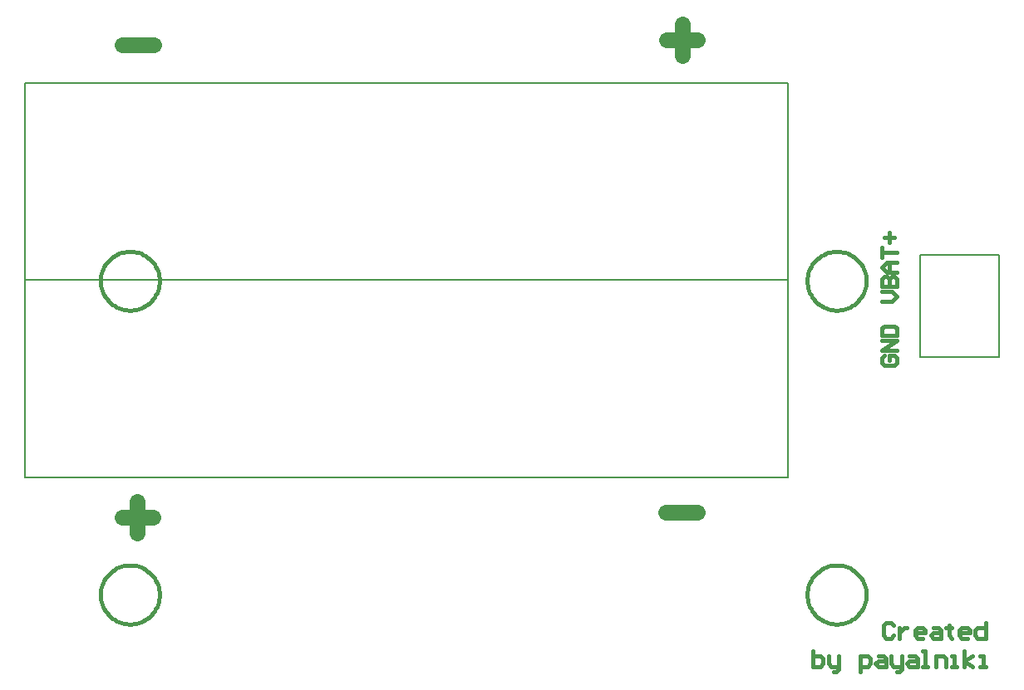
<source format=gto>
G04*
G04 #@! TF.GenerationSoftware,Altium Limited,Altium Designer,20.0.11 (256)*
G04*
G04 Layer_Color=65535*
%FSLAX25Y25*%
%MOIN*%
G70*
G01*
G75*
%ADD10C,0.01575*%
%ADD11C,0.00591*%
%ADD12C,0.06299*%
D10*
X340551Y165354D02*
X340509Y166356D01*
X340381Y167350D01*
X340170Y168330D01*
X339877Y169289D01*
X339503Y170219D01*
X339051Y171115D01*
X338526Y171968D01*
X337930Y172774D01*
X337267Y173527D01*
X336543Y174221D01*
X335763Y174850D01*
X334933Y175412D01*
X334057Y175901D01*
X333144Y176314D01*
X332199Y176648D01*
X331228Y176900D01*
X330240Y177070D01*
X329241Y177155D01*
X328239D01*
X327240Y177070D01*
X326252Y176900D01*
X325282Y176648D01*
X324336Y176314D01*
X323423Y175901D01*
X322548Y175412D01*
X321717Y174850D01*
X320937Y174221D01*
X320213Y173527D01*
X319551Y172774D01*
X318955Y171968D01*
X318429Y171115D01*
X317978Y170219D01*
X317604Y169289D01*
X317310Y168330D01*
X317099Y167350D01*
X316972Y166356D01*
X316929Y165354D01*
X316972Y164353D01*
X317099Y163358D01*
X317310Y162378D01*
X317604Y161420D01*
X317978Y160489D01*
X318429Y159594D01*
X318955Y158740D01*
X319551Y157934D01*
X320213Y157182D01*
X320937Y156488D01*
X321717Y155858D01*
X322548Y155297D01*
X323423Y154808D01*
X324336Y154395D01*
X325282Y154061D01*
X326252Y153808D01*
X327240Y153639D01*
X328239Y153554D01*
X329241D01*
X330240Y153639D01*
X331228Y153808D01*
X332199Y154061D01*
X333144Y154395D01*
X334058Y154808D01*
X334933Y155297D01*
X335763Y155858D01*
X336543Y156488D01*
X337267Y157182D01*
X337930Y157934D01*
X338526Y158740D01*
X339051Y159594D01*
X339503Y160489D01*
X339877Y161420D01*
X340170Y162378D01*
X340381Y163358D01*
X340509Y164353D01*
X340551Y165354D01*
X57087D02*
X57044Y166356D01*
X56917Y167350D01*
X56705Y168330D01*
X56412Y169289D01*
X56038Y170219D01*
X55587Y171115D01*
X55061Y171968D01*
X54465Y172774D01*
X53803Y173527D01*
X53079Y174221D01*
X52299Y174850D01*
X51468Y175412D01*
X50593Y175901D01*
X49679Y176314D01*
X48734Y176648D01*
X47764Y176900D01*
X46776Y177070D01*
X45777Y177155D01*
X44774D01*
X43775Y177070D01*
X42787Y176900D01*
X41817Y176648D01*
X40872Y176314D01*
X39958Y175901D01*
X39083Y175412D01*
X38252Y174850D01*
X37472Y174221D01*
X36749Y173527D01*
X36086Y172774D01*
X35490Y171968D01*
X34964Y171115D01*
X34513Y170219D01*
X34139Y169289D01*
X33846Y168330D01*
X33634Y167350D01*
X33507Y166356D01*
X33465Y165354D01*
X33507Y164353D01*
X33634Y163358D01*
X33846Y162378D01*
X34139Y161420D01*
X34513Y160489D01*
X34964Y159594D01*
X35490Y158740D01*
X36086Y157934D01*
X36749Y157182D01*
X37472Y156488D01*
X38252Y155858D01*
X39083Y155297D01*
X39958Y154808D01*
X40872Y154395D01*
X41817Y154061D01*
X42787Y153808D01*
X43775Y153639D01*
X44774Y153554D01*
X45777D01*
X46776Y153639D01*
X47764Y153808D01*
X48734Y154061D01*
X49679Y154395D01*
X50593Y154808D01*
X51468Y155297D01*
X52299Y155858D01*
X53079Y156488D01*
X53803Y157182D01*
X54465Y157934D01*
X55061Y158740D01*
X55587Y159594D01*
X56038Y160489D01*
X56412Y161420D01*
X56705Y162378D01*
X56917Y163358D01*
X57044Y164353D01*
X57087Y165354D01*
X340551Y39370D02*
X340509Y40372D01*
X340381Y41366D01*
X340170Y42346D01*
X339877Y43305D01*
X339503Y44235D01*
X339051Y45130D01*
X338526Y45984D01*
X337930Y46790D01*
X337267Y47543D01*
X336543Y48236D01*
X335763Y48866D01*
X334933Y49428D01*
X334057Y49916D01*
X333144Y50329D01*
X332199Y50663D01*
X331228Y50916D01*
X330240Y51085D01*
X329241Y51170D01*
X328239D01*
X327240Y51085D01*
X326252Y50916D01*
X325282Y50663D01*
X324336Y50329D01*
X323423Y49916D01*
X322548Y49428D01*
X321717Y48866D01*
X320937Y48236D01*
X320213Y47543D01*
X319551Y46790D01*
X318955Y45984D01*
X318429Y45130D01*
X317978Y44235D01*
X317604Y43305D01*
X317310Y42346D01*
X317099Y41366D01*
X316972Y40372D01*
X316929Y39370D01*
X316972Y38368D01*
X317099Y37374D01*
X317310Y36394D01*
X317604Y35435D01*
X317978Y34505D01*
X318429Y33610D01*
X318955Y32756D01*
X319551Y31950D01*
X320213Y31198D01*
X320937Y30504D01*
X321717Y29874D01*
X322548Y29313D01*
X323423Y28824D01*
X324336Y28411D01*
X325282Y28077D01*
X326252Y27824D01*
X327240Y27655D01*
X328239Y27570D01*
X329241D01*
X330240Y27655D01*
X331228Y27824D01*
X332199Y28077D01*
X333144Y28411D01*
X334058Y28824D01*
X334933Y29313D01*
X335763Y29874D01*
X336543Y30504D01*
X337267Y31198D01*
X337930Y31950D01*
X338526Y32756D01*
X339051Y33610D01*
X339503Y34505D01*
X339877Y35435D01*
X340170Y36394D01*
X340381Y37374D01*
X340509Y38368D01*
X340551Y39370D01*
X57087D02*
X57044Y40372D01*
X56917Y41366D01*
X56705Y42346D01*
X56412Y43305D01*
X56038Y44235D01*
X55587Y45130D01*
X55061Y45984D01*
X54465Y46790D01*
X53803Y47543D01*
X53079Y48236D01*
X52299Y48866D01*
X51468Y49428D01*
X50593Y49916D01*
X49679Y50329D01*
X48734Y50663D01*
X47764Y50916D01*
X46776Y51085D01*
X45777Y51170D01*
X44774D01*
X43775Y51085D01*
X42787Y50916D01*
X41817Y50663D01*
X40872Y50329D01*
X39958Y49916D01*
X39083Y49428D01*
X38252Y48866D01*
X37472Y48236D01*
X36749Y47543D01*
X36086Y46790D01*
X35490Y45984D01*
X34964Y45130D01*
X34513Y44235D01*
X34139Y43305D01*
X33846Y42346D01*
X33634Y41366D01*
X33507Y40372D01*
X33465Y39370D01*
X33507Y38368D01*
X33634Y37374D01*
X33846Y36394D01*
X34139Y35435D01*
X34513Y34505D01*
X34964Y33610D01*
X35490Y32756D01*
X36086Y31950D01*
X36749Y31198D01*
X37472Y30504D01*
X38252Y29874D01*
X39083Y29313D01*
X39958Y28824D01*
X40872Y28411D01*
X41817Y28077D01*
X42787Y27824D01*
X43775Y27655D01*
X44774Y27570D01*
X45777D01*
X46776Y27655D01*
X47764Y27824D01*
X48734Y28077D01*
X49679Y28411D01*
X50593Y28824D01*
X51468Y29313D01*
X52299Y29874D01*
X53079Y30504D01*
X53803Y31198D01*
X54465Y31950D01*
X55061Y32756D01*
X55587Y33610D01*
X56038Y34505D01*
X56412Y35435D01*
X56705Y36394D01*
X56917Y37374D01*
X57044Y38368D01*
X57087Y39370D01*
X351635Y27152D02*
X350586Y28201D01*
X348487D01*
X347437Y27152D01*
Y22954D01*
X348487Y21904D01*
X350586D01*
X351635Y22954D01*
X353734Y26102D02*
Y21904D01*
Y24003D01*
X354784Y25053D01*
X355834Y26102D01*
X356883D01*
X363180Y21904D02*
X361081D01*
X360032Y22954D01*
Y25053D01*
X361081Y26102D01*
X363180D01*
X364230Y25053D01*
Y24003D01*
X360032D01*
X367378Y26102D02*
X369477D01*
X370527Y25053D01*
Y21904D01*
X367378D01*
X366329Y22954D01*
X367378Y24003D01*
X370527D01*
X373675Y27152D02*
Y26102D01*
X372626D01*
X374725D01*
X373675D01*
Y22954D01*
X374725Y21904D01*
X381022D02*
X378923D01*
X377874Y22954D01*
Y25053D01*
X378923Y26102D01*
X381022D01*
X382072Y25053D01*
Y24003D01*
X377874D01*
X388369Y28201D02*
Y21904D01*
X385220D01*
X384171Y22954D01*
Y25053D01*
X385220Y26102D01*
X388369D01*
X319100Y16865D02*
Y10568D01*
X322249D01*
X323298Y11618D01*
Y12667D01*
Y13717D01*
X322249Y14766D01*
X319100D01*
X325397D02*
Y11618D01*
X326447Y10568D01*
X329595D01*
Y9519D01*
X328546Y8469D01*
X327496D01*
X329595Y10568D02*
Y14766D01*
X337992Y8469D02*
Y14766D01*
X341140D01*
X342190Y13717D01*
Y11618D01*
X341140Y10568D01*
X337992D01*
X345338Y14766D02*
X347437D01*
X348487Y13717D01*
Y10568D01*
X345338D01*
X344289Y11618D01*
X345338Y12667D01*
X348487D01*
X350586Y14766D02*
Y11618D01*
X351635Y10568D01*
X354784D01*
Y9519D01*
X353734Y8469D01*
X352685D01*
X354784Y10568D02*
Y14766D01*
X357933D02*
X360032D01*
X361081Y13717D01*
Y10568D01*
X357933D01*
X356883Y11618D01*
X357933Y12667D01*
X361081D01*
X363180Y10568D02*
X365279D01*
X364230D01*
Y16865D01*
X363180D01*
X368428Y10568D02*
Y14766D01*
X371576D01*
X372626Y13717D01*
Y10568D01*
X374725D02*
X376824D01*
X375775D01*
Y14766D01*
X374725D01*
X379973Y10568D02*
Y16865D01*
Y12667D02*
X383121Y14766D01*
X379973Y12667D02*
X383121Y10568D01*
X386270D02*
X388369D01*
X387319D01*
Y14766D01*
X386270D01*
X347836Y135432D02*
X346852Y134448D01*
Y132480D01*
X347836Y131496D01*
X351772D01*
X352756Y132480D01*
Y134448D01*
X351772Y135432D01*
X349804D01*
Y133464D01*
X352756Y137400D02*
X346852D01*
X352756Y141335D01*
X346852D01*
Y143303D02*
X352756D01*
Y146255D01*
X351772Y147239D01*
X347836D01*
X346852Y146255D01*
Y143303D01*
Y157087D02*
X350788D01*
X352756Y159055D01*
X350788Y161022D01*
X346852D01*
Y162990D02*
X352756D01*
Y165942D01*
X351772Y166926D01*
X350788D01*
X349804Y165942D01*
Y162990D01*
Y165942D01*
X348820Y166926D01*
X347836D01*
X346852Y165942D01*
Y162990D01*
X352756Y168894D02*
X348820D01*
X346852Y170862D01*
X348820Y172829D01*
X352756D01*
X349804D01*
Y168894D01*
X346852Y174797D02*
Y178733D01*
Y176765D01*
X352756D01*
X349804Y180701D02*
Y184637D01*
X347836Y182669D02*
X351772D01*
D11*
X3221Y244882D02*
X156174D01*
X3221Y86575D02*
Y244882D01*
X309127Y86575D02*
Y244882D01*
X3221Y86575D02*
X156174D01*
X309127D01*
X156174Y244882D02*
X309127D01*
X3221Y165728D02*
X309127D01*
X362205Y175886D02*
X393701D01*
X362205Y134705D02*
Y175886D01*
Y134705D02*
X393701D01*
Y175886D01*
D12*
X54724Y260239D02*
X42130D01*
X260236Y72438D02*
X272831D01*
X266664Y268504D02*
Y255910D01*
X272961Y262207D02*
X260366D01*
X48297Y64173D02*
Y76768D01*
X42000Y70470D02*
X54594D01*
M02*

</source>
